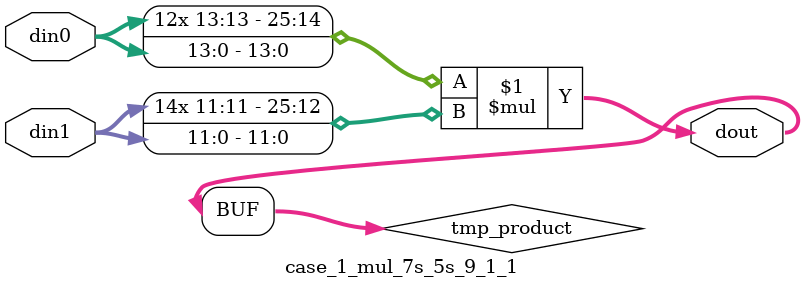
<source format=v>

`timescale 1 ns / 1 ps

 module case_1_mul_7s_5s_9_1_1(din0, din1, dout);
parameter ID = 1;
parameter NUM_STAGE = 0;
parameter din0_WIDTH = 14;
parameter din1_WIDTH = 12;
parameter dout_WIDTH = 26;

input [din0_WIDTH - 1 : 0] din0; 
input [din1_WIDTH - 1 : 0] din1; 
output [dout_WIDTH - 1 : 0] dout;

wire signed [dout_WIDTH - 1 : 0] tmp_product;



























assign tmp_product = $signed(din0) * $signed(din1);








assign dout = tmp_product;





















endmodule

</source>
